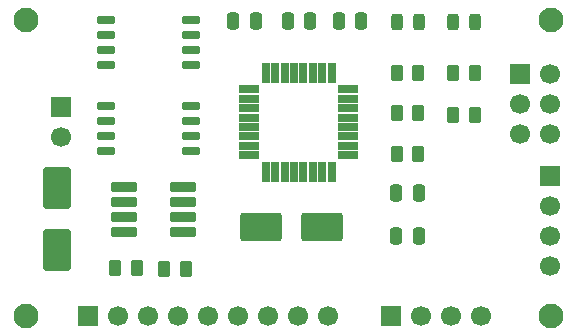
<source format=gts>
%TF.GenerationSoftware,KiCad,Pcbnew,9.0.5*%
%TF.CreationDate,2025-10-31T12:22:54+09:00*%
%TF.ProjectId,MCU_Datalogger,4d43555f-4461-4746-916c-6f676765722e,1*%
%TF.SameCoordinates,Original*%
%TF.FileFunction,Soldermask,Top*%
%TF.FilePolarity,Negative*%
%FSLAX46Y46*%
G04 Gerber Fmt 4.6, Leading zero omitted, Abs format (unit mm)*
G04 Created by KiCad (PCBNEW 9.0.5) date 2025-10-31 12:22:54*
%MOMM*%
%LPD*%
G01*
G04 APERTURE LIST*
G04 Aperture macros list*
%AMRoundRect*
0 Rectangle with rounded corners*
0 $1 Rounding radius*
0 $2 $3 $4 $5 $6 $7 $8 $9 X,Y pos of 4 corners*
0 Add a 4 corners polygon primitive as box body*
4,1,4,$2,$3,$4,$5,$6,$7,$8,$9,$2,$3,0*
0 Add four circle primitives for the rounded corners*
1,1,$1+$1,$2,$3*
1,1,$1+$1,$4,$5*
1,1,$1+$1,$6,$7*
1,1,$1+$1,$8,$9*
0 Add four rect primitives between the rounded corners*
20,1,$1+$1,$2,$3,$4,$5,0*
20,1,$1+$1,$4,$5,$6,$7,0*
20,1,$1+$1,$6,$7,$8,$9,0*
20,1,$1+$1,$8,$9,$2,$3,0*%
G04 Aperture macros list end*
%ADD10R,1.700000X1.700000*%
%ADD11C,1.700000*%
%ADD12C,2.100000*%
%ADD13RoundRect,0.099250X-0.987750X-0.297750X0.987750X-0.297750X0.987750X0.297750X-0.987750X0.297750X0*%
%ADD14RoundRect,0.250000X-0.262500X-0.450000X0.262500X-0.450000X0.262500X0.450000X-0.262500X0.450000X0*%
%ADD15RoundRect,0.243750X-0.243750X-0.456250X0.243750X-0.456250X0.243750X0.456250X-0.243750X0.456250X0*%
%ADD16RoundRect,0.150000X-0.650000X-0.150000X0.650000X-0.150000X0.650000X0.150000X-0.650000X0.150000X0*%
%ADD17RoundRect,0.250000X-0.250000X-0.475000X0.250000X-0.475000X0.250000X0.475000X-0.250000X0.475000X0*%
%ADD18RoundRect,0.250000X0.250000X0.475000X-0.250000X0.475000X-0.250000X-0.475000X0.250000X-0.475000X0*%
%ADD19RoundRect,0.250000X0.262500X0.450000X-0.262500X0.450000X-0.262500X-0.450000X0.262500X-0.450000X0*%
%ADD20RoundRect,0.250001X1.499999X0.949999X-1.499999X0.949999X-1.499999X-0.949999X1.499999X-0.949999X0*%
%ADD21RoundRect,0.250001X0.949999X-1.499999X0.949999X1.499999X-0.949999X1.499999X-0.949999X-1.499999X0*%
%ADD22RoundRect,0.094250X-0.742750X-0.282750X0.742750X-0.282750X0.742750X0.282750X-0.742750X0.282750X0*%
%ADD23RoundRect,0.094250X-0.282750X-0.742750X0.282750X-0.742750X0.282750X0.742750X-0.282750X0.742750X0*%
G04 APERTURE END LIST*
D10*
%TO.C,J3*%
X169607000Y-86995000D03*
D11*
X172147000Y-86995000D03*
X174687000Y-86995000D03*
X177227000Y-86995000D03*
%TD*%
D12*
%TO.C,H2*%
X138684000Y-86995000D03*
%TD*%
%TO.C,H4*%
X183134000Y-86995000D03*
%TD*%
D13*
%TO.C,U2*%
X147004000Y-76073000D03*
X147004000Y-77343000D03*
X147004000Y-78613000D03*
X147004000Y-79883000D03*
X151954000Y-79883000D03*
X151954000Y-78613000D03*
X151954000Y-77343000D03*
X151954000Y-76073000D03*
%TD*%
D14*
%TO.C,R7*%
X170054000Y-66421000D03*
X171879000Y-66421000D03*
%TD*%
D12*
%TO.C,H1*%
X138684000Y-61976000D03*
%TD*%
D10*
%TO.C,BAT1*%
X141605000Y-69337000D03*
D11*
X141605000Y-71877000D03*
%TD*%
D15*
%TO.C,D2*%
X170049000Y-62103000D03*
X171924000Y-62103000D03*
%TD*%
D16*
%TO.C,U1*%
X145424000Y-69215000D03*
X145424000Y-70485000D03*
X145424000Y-71755000D03*
X145424000Y-73025000D03*
X152624000Y-73025000D03*
X152624000Y-71755000D03*
X152624000Y-70485000D03*
X152624000Y-69215000D03*
%TD*%
D17*
%TO.C,C1*%
X156211000Y-62088000D03*
X158111000Y-62088000D03*
%TD*%
D18*
%TO.C,C2*%
X171916500Y-76581000D03*
X170016500Y-76581000D03*
%TD*%
D10*
%TO.C,J4*%
X180457000Y-66548000D03*
D11*
X182997000Y-66548000D03*
X180457000Y-69088000D03*
X182997000Y-69088000D03*
X180457000Y-71628000D03*
X182997000Y-71628000D03*
%TD*%
D19*
%TO.C,R4*%
X171879000Y-69850000D03*
X170054000Y-69850000D03*
%TD*%
D20*
%TO.C,Y2*%
X163763000Y-79502000D03*
X158563000Y-79502000D03*
%TD*%
D17*
%TO.C,C3*%
X160849000Y-62088000D03*
X162749000Y-62088000D03*
%TD*%
D10*
%TO.C,J1*%
X183007000Y-75184000D03*
D11*
X183007000Y-77724000D03*
X183007000Y-80264000D03*
X183007000Y-82804000D03*
%TD*%
D18*
%TO.C,C4*%
X171916500Y-80264000D03*
X170016500Y-80264000D03*
%TD*%
D17*
%TO.C,C5*%
X165167000Y-62088000D03*
X167067000Y-62088000D03*
%TD*%
D16*
%TO.C,U3*%
X145424000Y-61976000D03*
X145424000Y-63246000D03*
X145424000Y-64516000D03*
X145424000Y-65786000D03*
X152624000Y-65786000D03*
X152624000Y-64516000D03*
X152624000Y-63246000D03*
X152624000Y-61976000D03*
%TD*%
D10*
%TO.C,J2*%
X143953000Y-86995000D03*
D11*
X146493000Y-86995000D03*
X149033000Y-86995000D03*
X151573000Y-86995000D03*
X154113000Y-86995000D03*
X156653000Y-86995000D03*
X159193000Y-86995000D03*
X161733000Y-86995000D03*
X164273000Y-86995000D03*
%TD*%
D12*
%TO.C,H3*%
X183134000Y-61976000D03*
%TD*%
D15*
%TO.C,D1*%
X174827000Y-62103000D03*
X176702000Y-62103000D03*
%TD*%
D21*
%TO.C,Y1*%
X141286000Y-81407000D03*
X141286000Y-76207000D03*
%TD*%
D14*
%TO.C,R6*%
X174832000Y-69977000D03*
X176657000Y-69977000D03*
%TD*%
%TO.C,R1*%
X146239000Y-82931000D03*
X148064000Y-82931000D03*
%TD*%
D19*
%TO.C,R2*%
X152208000Y-83058000D03*
X150383000Y-83058000D03*
%TD*%
%TO.C,R3*%
X171879000Y-73279000D03*
X170054000Y-73279000D03*
%TD*%
%TO.C,R5*%
X176657000Y-66421000D03*
X174832000Y-66421000D03*
%TD*%
D22*
%TO.C,U4*%
X157589500Y-67826000D03*
X157589500Y-68626000D03*
X157589500Y-69426000D03*
X157589500Y-70226000D03*
X157589500Y-71026000D03*
X157589500Y-71826000D03*
X157589500Y-72626000D03*
X157589500Y-73426000D03*
D23*
X158959500Y-74796000D03*
X159759500Y-74796000D03*
X160559500Y-74796000D03*
X161359500Y-74796000D03*
X162159500Y-74796000D03*
X162959500Y-74796000D03*
X163759500Y-74796000D03*
X164559500Y-74796000D03*
D22*
X165929500Y-73426000D03*
X165929500Y-72626000D03*
X165929500Y-71826000D03*
X165929500Y-71026000D03*
X165929500Y-70226000D03*
X165929500Y-69426000D03*
X165929500Y-68626000D03*
X165929500Y-67826000D03*
D23*
X164559500Y-66456000D03*
X163759500Y-66456000D03*
X162959500Y-66456000D03*
X162159500Y-66456000D03*
X161359500Y-66456000D03*
X160559500Y-66456000D03*
X159759500Y-66456000D03*
X158959500Y-66456000D03*
%TD*%
M02*

</source>
